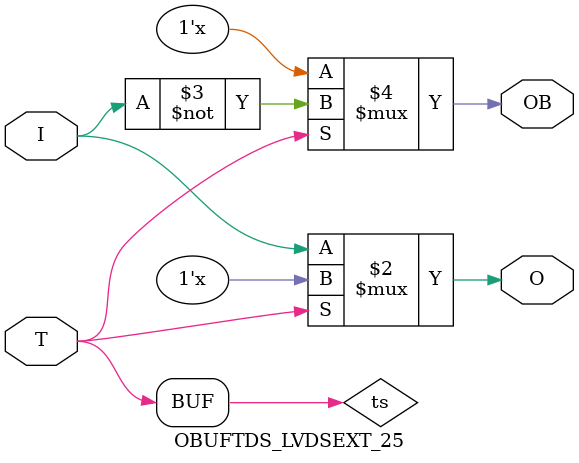
<source format=v>

/*

FUNCTION	: TRI-STATE OUTPUT BUFFER

*/

`celldefine
`timescale  100 ps / 10 ps

module OBUFTDS_LVDSEXT_25 (O, OB, I, T);

    output O, OB;

    input  I, T;

    or O1 (ts, 1'b0, T);
    bufif0 B1 (O, I, ts);
    notif0 N1 (OB, I, ts);

endmodule

</source>
